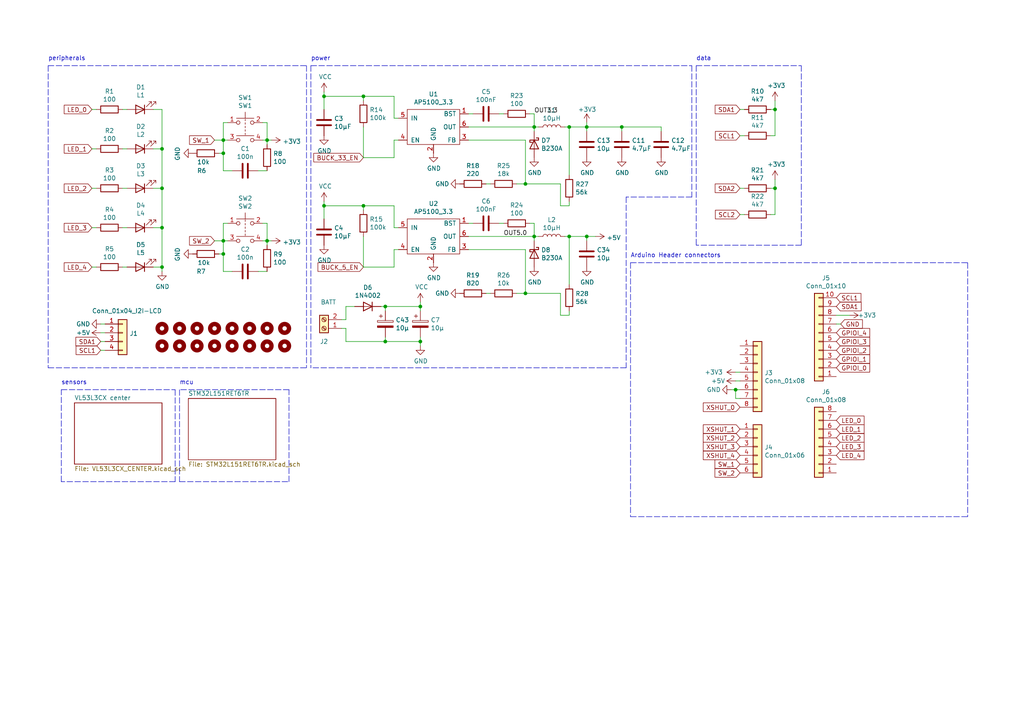
<source format=kicad_sch>
(kicad_sch (version 20211123) (generator eeschema)
  (paper "A4")
  (title_block (title "Gesture Control") (date "2022-03-04") (rev "V0.1") (company "AP Hogeschool & ED&A"))
  (lib_symbols
    (symbol "AP5100:AP5100" (pin_names (offset 1.016))
      (property "Reference" "U" (at 0 6.35 0))
      (property "Value" "AP5100" (at 0 8.89 0))
      (symbol "AP5100_0_1"
        (rectangle (start -7.62 5.08) (end 7.62 -5.08))
      )
      (symbol "AP5100_1_1"
        (pin input line (at 10.16 3.81 180) (length 2.54) (name "BST") (number "1"))
        (pin input line (at 0 -7.62 90) (length 2.54) (name "GND") (number "2"))
        (pin input line (at 10.16 -3.81 180) (length 2.54) (name "FB") (number "3"))
        (pin input line (at -10.16 -3.81 0) (length 2.54) (name "EN") (number "4"))
        (pin power_in line (at -10.16 2.54 0) (length 2.54) (name "IN") (number "5"))
        (pin power_out line (at 10.16 0 180) (length 2.54) (name "OUT") (number "6"))
      )
    )
    (symbol "Connector:Screw_Terminal_01x02" (pin_names (offset 1.016) hide)
      (property "Reference" "J" (at 0 2.54 0))
      (property "Value" "Screw_Terminal_01x02" (at 0 -5.08 0))
      (symbol "Screw_Terminal_01x02_1_1"
        (rectangle (start -1.27 1.27) (end 1.27 -3.81) (stroke (width 0.254)) (fill (type background)))
        (circle (center 0 -2.54) (radius 0.635) (stroke (width 0.1524)))
        (polyline (pts (xy -0.5334 -2.2098) (xy 0.3302 -3.048)) (stroke (width 0.1524)))
        (polyline (pts (xy -0.5334 0.3302) (xy 0.3302 -0.508)) (stroke (width 0.1524)))
        (polyline (pts (xy -0.3556 -2.032) (xy 0.508 -2.8702)) (stroke (width 0.1524)))
        (polyline (pts (xy -0.3556 0.508) (xy 0.508 -0.3302)) (stroke (width 0.1524)))
        (circle (center 0 0) (radius 0.635) (stroke (width 0.1524)))
        (pin passive line (at -5.08 0 0) (length 3.81) (name "Pin_1") (number "1"))
        (pin passive line (at -5.08 -2.54 0) (length 3.81) (name "Pin_2") (number "2"))
      )
    )
    (symbol "Connector_Generic:Conn_01x04" (pin_names (offset 1.016) hide)
      (property "Reference" "J" (at 0 5.08 0))
      (property "Value" "Conn_01x04" (at 0 -7.62 0))
      (symbol "Conn_01x04_1_1"
        (rectangle (start -1.27 -4.953) (end 0 -5.207) (stroke (width 0.1524)))
        (rectangle (start -1.27 -2.413) (end 0 -2.667) (stroke (width 0.1524)))
        (rectangle (start -1.27 0.127) (end 0 -0.127) (stroke (width 0.1524)))
        (rectangle (start -1.27 2.667) (end 0 2.413) (stroke (width 0.1524)))
        (rectangle (start -1.27 3.81) (end 1.27 -6.35) (stroke (width 0.254)) (fill (type background)))
        (pin passive line (at -5.08 2.54 0) (length 3.81) (name "Pin_1") (number "1"))
        (pin passive line (at -5.08 0 0) (length 3.81) (name "Pin_2") (number "2"))
        (pin passive line (at -5.08 -2.54 0) (length 3.81) (name "Pin_3") (number "3"))
        (pin passive line (at -5.08 -5.08 0) (length 3.81) (name "Pin_4") (number "4"))
      )
    )
    (symbol "Connector_Generic:Conn_01x06" (pin_names (offset 1.016) hide)
      (property "Reference" "J" (at 0 7.62 0))
      (property "Value" "Conn_01x06" (at 0 -10.16 0))
      (symbol "Conn_01x06_1_1"
        (rectangle (start -1.27 -7.493) (end 0 -7.747) (stroke (width 0.1524)))
        (rectangle (start -1.27 -4.953) (end 0 -5.207) (stroke (width 0.1524)))
        (rectangle (start -1.27 -2.413) (end 0 -2.667) (stroke (width 0.1524)))
        (rectangle (start -1.27 0.127) (end 0 -0.127) (stroke (width 0.1524)))
        (rectangle (start -1.27 2.667) (end 0 2.413) (stroke (width 0.1524)))
        (rectangle (start -1.27 5.207) (end 0 4.953) (stroke (width 0.1524)))
        (rectangle (start -1.27 6.35) (end 1.27 -8.89) (stroke (width 0.254)) (fill (type background)))
        (pin passive line (at -5.08 5.08 0) (length 3.81) (name "Pin_1") (number "1"))
        (pin passive line (at -5.08 2.54 0) (length 3.81) (name "Pin_2") (number "2"))
        (pin passive line (at -5.08 0 0) (length 3.81) (name "Pin_3") (number "3"))
        (pin passive line (at -5.08 -2.54 0) (length 3.81) (name "Pin_4") (number "4"))
        (pin passive line (at -5.08 -5.08 0) (length 3.81) (name "Pin_5") (number "5"))
        (pin passive line (at -5.08 -7.62 0) (length 3.81) (name "Pin_6") (number "6"))
      )
    )
    (symbol "Connector_Generic:Conn_01x08" (pin_names (offset 1.016) hide)
      (property "Reference" "J" (at 0 10.16 0))
      (property "Value" "Conn_01x08" (at 0 -12.7 0))
      (symbol "Conn_01x08_1_1"
        (rectangle (start -1.27 -10.033) (end 0 -10.287) (stroke (width 0.1524)))
        (rectangle (start -1.27 -7.493) (end 0 -7.747) (stroke (width 0.1524)))
        (rectangle (start -1.27 -4.953) (end 0 -5.207) (stroke (width 0.1524)))
        (rectangle (start -1.27 -2.413) (end 0 -2.667) (stroke (width 0.1524)))
        (rectangle (start -1.27 0.127) (end 0 -0.127) (stroke (width 0.1524)))
        (rectangle (start -1.27 2.667) (end 0 2.413) (stroke (width 0.1524)))
        (rectangle (start -1.27 5.207) (end 0 4.953) (stroke (width 0.1524)))
        (rectangle (start -1.27 7.747) (end 0 7.493) (stroke (width 0.1524)))
        (rectangle (start -1.27 8.89) (end 1.27 -11.43) (stroke (width 0.254)) (fill (type background)))
        (pin passive line (at -5.08 7.62 0) (length 3.81) (name "Pin_1") (number "1"))
        (pin passive line (at -5.08 5.08 0) (length 3.81) (name "Pin_2") (number "2"))
        (pin passive line (at -5.08 2.54 0) (length 3.81) (name "Pin_3") (number "3"))
        (pin passive line (at -5.08 0 0) (length 3.81) (name "Pin_4") (number "4"))
        (pin passive line (at -5.08 -2.54 0) (length 3.81) (name "Pin_5") (number "5"))
        (pin passive line (at -5.08 -5.08 0) (length 3.81) (name "Pin_6") (number "6"))
        (pin passive line (at -5.08 -7.62 0) (length 3.81) (name "Pin_7") (number "7"))
        (pin passive line (at -5.08 -10.16 0) (length 3.81) (name "Pin_8") (number "8"))
      )
    )
    (symbol "Connector_Generic:Conn_01x10" (pin_names (offset 1.016) hide)
      (property "Reference" "J" (at 0 12.7 0))
      (property "Value" "Conn_01x10" (at 0 -15.24 0))
      (symbol "Conn_01x10_1_1"
        (rectangle (start -1.27 -12.573) (end 0 -12.827) (stroke (width 0.1524)))
        (rectangle (start -1.27 -10.033) (end 0 -10.287) (stroke (width 0.1524)))
        (rectangle (start -1.27 -7.493) (end 0 -7.747) (stroke (width 0.1524)))
        (rectangle (start -1.27 -4.953) (end 0 -5.207) (stroke (width 0.1524)))
        (rectangle (start -1.27 -2.413) (end 0 -2.667) (stroke (width 0.1524)))
        (rectangle (start -1.27 0.127) (end 0 -0.127) (stroke (width 0.1524)))
        (rectangle (start -1.27 2.667) (end 0 2.413) (stroke (width 0.1524)))
        (rectangle (start -1.27 5.207) (end 0 4.953) (stroke (width 0.1524)))
        (rectangle (start -1.27 7.747) (end 0 7.493) (stroke (width 0.1524)))
        (rectangle (start -1.27 10.287) (end 0 10.033) (stroke (width 0.1524)))
        (rectangle (start -1.27 11.43) (end 1.27 -13.97) (stroke (width 0.254)) (fill (type background)))
        (pin passive line (at -5.08 10.16 0) (length 3.81) (name "Pin_1") (number "1"))
        (pin passive line (at -5.08 -12.7 0) (length 3.81) (name "Pin_10") (number "10"))
        (pin passive line (at -5.08 7.62 0) (length 3.81) (name "Pin_2") (number "2"))
        (pin passive line (at -5.08 5.08 0) (length 3.81) (name "Pin_3") (number "3"))
        (pin passive line (at -5.08 2.54 0) (length 3.81) (name "Pin_4") (number "4"))
        (pin passive line (at -5.08 0 0) (length 3.81) (name "Pin_5") (number "5"))
        (pin passive line (at -5.08 -2.54 0) (length 3.81) (name "Pin_6") (number "6"))
        (pin passive line (at -5.08 -5.08 0) (length 3.81) (name "Pin_7") (number "7"))
        (pin passive line (at -5.08 -7.62 0) (length 3.81) (name "Pin_8") (number "8"))
        (pin passive line (at -5.08 -10.16 0) (length 3.81) (name "Pin_9") (number "9"))
      )
    )
    (symbol "Device:C" (pin_numbers hide) (pin_names (offset 0.254))
      (property "Reference" "C" (at 0.635 2.54 0))
      (property "Value" "C" (at 0.635 -2.54 0))
      (symbol "C_0_1"
        (polyline (pts (xy -2.032 -0.762) (xy 2.032 -0.762)) (stroke (width 0.508)))
        (polyline (pts (xy -2.032 0.762) (xy 2.032 0.762)) (stroke (width 0.508)))
      )
      (symbol "C_1_1"
        (pin passive line (at 0 3.81 270) (length 2.794) (name "~") (number "1"))
        (pin passive line (at 0 -3.81 90) (length 2.794) (name "~") (number "2"))
      )
    )
    (symbol "Device:CP" (pin_numbers hide) (pin_names (offset 0.254))
      (property "Reference" "C" (at 0.635 2.54 0))
      (property "Value" "Device_CP" (at 0.635 -2.54 0))
      (symbol "CP_0_1"
        (rectangle (start -2.286 0.508) (end 2.286 1.016))
        (polyline (pts (xy -1.778 2.286) (xy -0.762 2.286)))
        (polyline (pts (xy -1.27 2.794) (xy -1.27 1.778)))
        (rectangle (start 2.286 -0.508) (end -2.286 -1.016) (fill (type outline)))
      )
      (symbol "CP_1_1"
        (pin passive line (at 0 3.81 270) (length 2.794) (name "~") (number "1"))
        (pin passive line (at 0 -3.81 90) (length 2.794) (name "~") (number "2"))
      )
    )
    (symbol "Device:D" (pin_numbers hide) (pin_names (offset 1.016) hide)
      (property "Reference" "D" (at 0 2.54 0))
      (property "Value" "D" (at 0 -2.54 0))
      (symbol "D_0_1"
        (polyline (pts (xy -1.27 1.27) (xy -1.27 -1.27)) (stroke (width 0.254)))
        (polyline (pts (xy 1.27 0) (xy -1.27 0)))
        (polyline (pts (xy 1.27 1.27) (xy 1.27 -1.27) (xy -1.27 0) (xy 1.27 1.27)) (stroke (width 0.254)))
      )
      (symbol "D_1_1"
        (pin passive line (at -3.81 0 0) (length 2.54) (name "K") (number "1"))
        (pin passive line (at 3.81 0 180) (length 2.54) (name "A") (number "2"))
      )
    )
    (symbol "Device:D_Schottky" (pin_numbers hide) (pin_names (offset 1.016) hide)
      (property "Reference" "D" (at 0 2.54 0))
      (property "Value" "D_Schottky" (at 0 -2.54 0))
      (symbol "D_Schottky_0_1"
        (polyline (pts (xy 1.27 0) (xy -1.27 0)))
        (polyline (pts (xy 1.27 1.27) (xy 1.27 -1.27) (xy -1.27 0) (xy 1.27 1.27)) (stroke (width 0.254)))
        (polyline (pts (xy -1.905 0.635) (xy -1.905 1.27) (xy -1.27 1.27) (xy -1.27 -1.27) (xy -0.635 -1.27) (xy -0.635 -0.635)) (stroke (width 0.254)))
      )
      (symbol "D_Schottky_1_1"
        (pin passive line (at -3.81 0 0) (length 2.54) (name "K") (number "1"))
        (pin passive line (at 3.81 0 180) (length 2.54) (name "A") (number "2"))
      )
    )
    (symbol "Device:L" (pin_numbers hide) (pin_names (offset 1.016) hide)
      (property "Reference" "L" (at -1.27 0 90))
      (property "Value" "L" (at 1.905 0 90))
      (symbol "L_0_1"
        (arc (start 0 -2.54) (mid 0.635 -1.905) (end 0 -1.27))
        (arc (start 0 -1.27) (mid 0.635 -0.635) (end 0 0))
        (arc (start 0 0) (mid 0.635 0.635) (end 0 1.27))
        (arc (start 0 1.27) (mid 0.635 1.905) (end 0 2.54))
      )
      (symbol "L_1_1"
        (pin passive line (at 0 3.81 270) (length 1.27) (name "1") (number "1"))
        (pin passive line (at 0 -3.81 90) (length 1.27) (name "2") (number "2"))
      )
    )
    (symbol "Device:LED" (pin_numbers hide) (pin_names (offset 1.016) hide)
      (property "Reference" "D" (at 0 2.54 0))
      (property "Value" "LED" (at 0 -2.54 0))
      (symbol "LED_0_1"
        (polyline (pts (xy -1.27 -1.27) (xy -1.27 1.27)) (stroke (width 0.254)))
        (polyline (pts (xy -1.27 0) (xy 1.27 0)))
        (polyline (pts (xy 1.27 -1.27) (xy 1.27 1.27) (xy -1.27 0) (xy 1.27 -1.27)) (stroke (width 0.254)))
        (polyline (pts (xy -3.048 -0.762) (xy -4.572 -2.286) (xy -3.81 -2.286) (xy -4.572 -2.286) (xy -4.572 -1.524)))
        (polyline (pts (xy -1.778 -0.762) (xy -3.302 -2.286) (xy -2.54 -2.286) (xy -3.302 -2.286) (xy -3.302 -1.524)))
      )
      (symbol "LED_1_1"
        (pin passive line (at -3.81 0 0) (length 2.54) (name "K") (number "1"))
        (pin passive line (at 3.81 0 180) (length 2.54) (name "A") (number "2"))
      )
    )
    (symbol "Device:R" (pin_numbers hide) (pin_names (offset 0))
      (property "Reference" "R" (at 2.032 0 90))
      (property "Value" "R" (at 0 0 90))
      (symbol "R_0_1"
        (rectangle (start -1.016 -2.54) (end 1.016 2.54) (stroke (width 0.254)))
      )
      (symbol "R_1_1"
        (pin passive line (at 0 3.81 270) (length 1.27) (name "~") (number "1"))
        (pin passive line (at 0 -3.81 90) (length 1.27) (name "~") (number "2"))
      )
    )
    (symbol "Mechanical:MountingHole" (pin_names (offset 1.016))
      (property "Reference" "H" (at 0 5.08 0))
      (property "Value" "MountingHole" (at 0 3.175 0))
      (symbol "MountingHole_0_1"
        (circle (center 0 0) (radius 1.27) (stroke (width 1.27)))
      )
    )
    (symbol "Switch:SW_Push_Dual" (pin_names (offset 1.016) hide)
      (property "Reference" "SW" (at 1.27 2.54 0))
      (property "Value" "SW_Push_Dual" (at 0 -6.858 0))
      (symbol "SW_Push_Dual_0_1"
        (circle (center -2.032 -5.08) (radius 0.508))
        (circle (center -2.032 0) (radius 0.508))
        (polyline (pts (xy 0 -3.048) (xy 0 -3.556)))
        (polyline (pts (xy 0 -2.032) (xy 0 -2.54)))
        (polyline (pts (xy 0 -1.524) (xy 0 -1.016)))
        (polyline (pts (xy 0 -0.508) (xy 0 0)))
        (polyline (pts (xy 0 0.508) (xy 0 1.016)))
        (polyline (pts (xy 0 1.27) (xy 0 3.048)))
        (polyline (pts (xy 2.54 -3.81) (xy -2.54 -3.81)))
        (polyline (pts (xy 2.54 1.27) (xy -2.54 1.27)))
        (circle (center 2.032 -5.08) (radius 0.508))
        (circle (center 2.032 0) (radius 0.508))
        (pin passive line (at -5.08 0 0) (length 2.54) (name "1") (number "1"))
        (pin passive line (at 5.08 0 180) (length 2.54) (name "2") (number "2"))
        (pin passive line (at -5.08 -5.08 0) (length 2.54) (name "3") (number "3"))
        (pin passive line (at 5.08 -5.08 180) (length 2.54) (name "4") (number "4"))
      )
    )
    (symbol "power:+3.3V" (power) (pin_names (offset 0))
      (property "Value" "+3.3V" (at 0 3.556 0))
      (symbol "+3.3V_0_1"
        (polyline (pts (xy -0.762 1.27) (xy 0 2.54)))
        (polyline (pts (xy 0 0) (xy 0 2.54)))
        (polyline (pts (xy 0 2.54) (xy 0.762 1.27)))
      )
      (symbol "+3.3V_1_1"
        (pin power_in line (at 0 0 90) (length 0) hide (name "+3V3") (number "1"))
      )
    )
    (symbol "power:+5V" (power) (pin_names (offset 0))
      (property "Value" "+5V" (at 0 3.556 0))
      (symbol "+5V_0_1"
        (polyline (pts (xy -0.762 1.27) (xy 0 2.54)))
        (polyline (pts (xy 0 0) (xy 0 2.54)))
        (polyline (pts (xy 0 2.54) (xy 0.762 1.27)))
      )
      (symbol "+5V_1_1"
        (pin power_in line (at 0 0 90) (length 0) hide (name "+5V") (number "1"))
      )
    )
    (symbol "power:GND" (power) (pin_names (offset 0))
      (property "Value" "GND" (at 0 -3.81 0))
      (symbol "GND_0_1"
        (polyline (pts (xy 0 0) (xy 0 -1.27) (xy 1.27 -1.27) (xy 0 -2.54) (xy -1.27 -1.27) (xy 0 -1.27)))
      )
      (symbol "GND_1_1"
        (pin power_in line (at 0 0 270) (length 0) hide (name "GND") (number "1"))
      )
    )
    (symbol "power:VCC" (power) (pin_names (offset 0))
      (property "Value" "VCC" (at 0 3.81 0))
      (symbol "VCC_0_1"
        (polyline (pts (xy -0.762 1.27) (xy 0 2.54)))
        (polyline (pts (xy 0 0) (xy 0 2.54)))
        (polyline (pts (xy 0 2.54) (xy 0.762 1.27)))
      )
      (symbol "VCC_1_1"
        (pin power_in line (at 0 0 90) (length 0) hide (name "VCC") (number "1"))
      )
    )
  )
  (junction (at 121.92 99.06))
  (junction (at 180.34 36.83))
  (junction (at 224.79 54.61))
  (junction (at 46.99 66.04))
  (junction (at 152.4 53.34))
  (junction (at 93.98 59.69))
  (junction (at 64.77 73.66))
  (junction (at 111.76 99.06))
  (junction (at 154.94 68.58))
  (junction (at 105.41 59.69))
  (junction (at 111.76 88.9))
  (junction (at 46.99 54.61))
  (junction (at 154.94 36.83))
  (junction (at 105.41 27.94))
  (junction (at 77.47 69.85))
  (junction (at 121.92 88.9))
  (junction (at 46.99 43.18))
  (junction (at 64.77 40.64))
  (junction (at 165.1 68.58))
  (junction (at 165.1 36.83))
  (junction (at 170.18 68.58))
  (junction (at 64.77 44.45))
  (junction (at 170.18 36.83))
  (junction (at 77.47 40.64))
  (junction (at 46.99 77.47))
  (junction (at 224.79 31.75))
  (junction (at 152.4 85.09))
  (junction (at 213.36 113.03))
  (junction (at 93.98 27.94))
  (junction (at 64.77 69.85))
  (wire (pts (xy 46.99 54.61) (xy 46.99 66.04)))
  (wire (pts (xy 44.45 54.61) (xy 46.99 54.61)))
  (polyline (pts (xy 17.78 113.03) (xy 50.8 113.03)))
  (wire (pts (xy 44.45 66.04) (xy 46.99 66.04)))
  (wire (pts (xy 78.74 40.64) (xy 77.47 40.64)))
  (wire (pts (xy 152.4 40.64) (xy 152.4 53.34)))
  (wire (pts (xy 30.48 99.06) (xy 29.21 99.06)))
  (wire (pts (xy 224.79 29.21) (xy 224.79 31.75)))
  (wire (pts (xy 105.41 68.58) (xy 105.41 77.47)))
  (wire (pts (xy 115.57 72.39) (xy 114.3 72.39)))
  (wire (pts (xy 162.56 53.34) (xy 152.4 53.34)))
  (wire (pts (xy 114.3 45.72) (xy 105.41 45.72)))
  (wire (pts (xy 105.41 36.83) (xy 105.41 45.72)))
  (wire (pts (xy 224.79 62.23) (xy 224.79 54.61)))
  (wire (pts (xy 100.33 99.06) (xy 111.76 99.06)))
  (polyline (pts (xy 17.78 139.7) (xy 17.78 113.03)))
  (wire (pts (xy 64.77 69.85) (xy 62.23 69.85)))
  (wire (pts (xy 170.18 35.56) (xy 170.18 36.83)))
  (wire (pts (xy 163.83 36.83) (xy 165.1 36.83)))
  (wire (pts (xy 172.72 68.58) (xy 170.18 68.58)))
  (wire (pts (xy 64.77 40.64) (xy 66.04 40.64)))
  (wire (pts (xy 162.56 59.69) (xy 162.56 53.34)))
  (wire (pts (xy 29.21 101.6) (xy 30.48 101.6)))
  (wire (pts (xy 137.16 33.02) (xy 135.89 33.02)))
  (wire (pts (xy 111.76 97.79) (xy 111.76 99.06)))
  (wire (pts (xy 105.41 59.69) (xy 105.41 60.96)))
  (wire (pts (xy 144.78 64.77) (xy 146.05 64.77)))
  (wire (pts (xy 111.76 88.9) (xy 111.76 90.17)))
  (polyline (pts (xy 83.82 113.03) (xy 52.07 113.03)))
  (polyline (pts (xy 232.41 19.05) (xy 232.41 71.12)))
  (wire (pts (xy 154.94 36.83) (xy 156.21 36.83)))
  (wire (pts (xy 111.76 88.9) (xy 121.92 88.9)))
  (polyline (pts (xy 232.41 71.12) (xy 201.93 71.12)))
  (wire (pts (xy 64.77 40.64) (xy 62.23 40.64)))
  (polyline (pts (xy 200.66 19.05) (xy 200.66 57.15)))
  (wire (pts (xy 223.52 62.23) (xy 224.79 62.23)))
  (wire (pts (xy 99.06 95.25) (xy 100.33 95.25)))
  (wire (pts (xy 46.99 77.47) (xy 46.99 78.74)))
  (wire (pts (xy 140.97 53.34) (xy 142.24 53.34)))
  (wire (pts (xy 165.1 36.83) (xy 165.1 50.8)))
  (wire (pts (xy 36.83 43.18) (xy 35.56 43.18)))
  (wire (pts (xy 35.56 66.04) (xy 36.83 66.04)))
  (polyline (pts (xy 181.61 106.68) (xy 90.17 106.68)))
  (polyline (pts (xy 88.9 19.05) (xy 88.9 106.68)))
  (wire (pts (xy 46.99 43.18) (xy 46.99 54.61)))
  (wire (pts (xy 165.1 58.42) (xy 165.1 59.69)))
  (wire (pts (xy 162.56 85.09) (xy 152.4 85.09)))
  (wire (pts (xy 35.56 31.75) (xy 36.83 31.75)))
  (wire (pts (xy 26.67 31.75) (xy 27.94 31.75)))
  (wire (pts (xy 76.2 64.77) (xy 77.47 64.77)))
  (wire (pts (xy 66.04 64.77) (xy 64.77 64.77)))
  (polyline (pts (xy 182.88 76.2) (xy 280.67 76.2)))
  (wire (pts (xy 213.36 115.57) (xy 213.36 113.03)))
  (wire (pts (xy 64.77 40.64) (xy 64.77 44.45)))
  (wire (pts (xy 170.18 36.83) (xy 180.34 36.83)))
  (wire (pts (xy 114.3 40.64) (xy 114.3 45.72)))
  (wire (pts (xy 115.57 40.64) (xy 114.3 40.64)))
  (wire (pts (xy 213.36 113.03) (xy 212.09 113.03)))
  (wire (pts (xy 114.3 77.47) (xy 105.41 77.47)))
  (wire (pts (xy 115.57 66.04) (xy 114.3 66.04)))
  (wire (pts (xy 77.47 41.91) (xy 77.47 40.64)))
  (wire (pts (xy 165.1 68.58) (xy 165.1 82.55)))
  (wire (pts (xy 77.47 69.85) (xy 76.2 69.85)))
  (wire (pts (xy 100.33 88.9) (xy 100.33 92.71)))
  (wire (pts (xy 121.92 97.79) (xy 121.92 99.06)))
  (wire (pts (xy 29.21 96.52) (xy 30.48 96.52)))
  (polyline (pts (xy 83.82 139.7) (xy 83.82 113.03)))
  (wire (pts (xy 163.83 68.58) (xy 165.1 68.58)))
  (polyline (pts (xy 90.17 19.05) (xy 200.66 19.05)))
  (wire (pts (xy 64.77 69.85) (xy 64.77 73.66)))
  (wire (pts (xy 213.36 107.95) (xy 214.63 107.95)))
  (polyline (pts (xy 182.88 149.86) (xy 280.67 149.86)))
  (wire (pts (xy 224.79 52.07) (xy 224.79 54.61)))
  (wire (pts (xy 162.56 91.44) (xy 162.56 85.09)))
  (wire (pts (xy 165.1 36.83) (xy 170.18 36.83)))
  (wire (pts (xy 154.94 68.58) (xy 154.94 69.85)))
  (wire (pts (xy 191.77 36.83) (xy 191.77 38.1)))
  (wire (pts (xy 152.4 53.34) (xy 149.86 53.34)))
  (wire (pts (xy 64.77 69.85) (xy 66.04 69.85)))
  (wire (pts (xy 135.89 72.39) (xy 152.4 72.39)))
  (polyline (pts (xy 13.97 19.05) (xy 88.9 19.05)))
  (wire (pts (xy 105.41 27.94) (xy 93.98 27.94)))
  (polyline (pts (xy 280.67 76.2) (xy 280.67 149.86)))
  (wire (pts (xy 213.36 110.49) (xy 214.63 110.49)))
  (wire (pts (xy 93.98 27.94) (xy 93.98 31.75)))
  (wire (pts (xy 242.57 91.44) (xy 246.38 91.44)))
  (wire (pts (xy 105.41 59.69) (xy 93.98 59.69)))
  (wire (pts (xy 44.45 77.47) (xy 46.99 77.47)))
  (wire (pts (xy 63.5 73.66) (xy 64.77 73.66)))
  (wire (pts (xy 26.67 66.04) (xy 27.94 66.04)))
  (wire (pts (xy 170.18 36.83) (xy 170.18 38.1)))
  (wire (pts (xy 214.63 39.37) (xy 215.9 39.37)))
  (wire (pts (xy 100.33 92.71) (xy 99.06 92.71)))
  (wire (pts (xy 77.47 35.56) (xy 77.47 40.64)))
  (wire (pts (xy 165.1 59.69) (xy 162.56 59.69)))
  (wire (pts (xy 114.3 66.04) (xy 114.3 59.69)))
  (wire (pts (xy 214.63 62.23) (xy 215.9 62.23)))
  (wire (pts (xy 26.67 77.47) (xy 27.94 77.47)))
  (wire (pts (xy 153.67 33.02) (xy 154.94 33.02)))
  (wire (pts (xy 154.94 36.83) (xy 154.94 38.1)))
  (polyline (pts (xy 181.61 57.15) (xy 181.61 106.68)))
  (polyline (pts (xy 50.8 139.7) (xy 17.78 139.7)))
  (wire (pts (xy 170.18 68.58) (xy 170.18 69.85)))
  (wire (pts (xy 74.93 78.74) (xy 77.47 78.74)))
  (wire (pts (xy 135.89 40.64) (xy 152.4 40.64)))
  (wire (pts (xy 67.31 49.53) (xy 64.77 49.53)))
  (wire (pts (xy 121.92 87.63) (xy 121.92 88.9)))
  (wire (pts (xy 78.74 69.85) (xy 77.47 69.85)))
  (wire (pts (xy 110.49 88.9) (xy 111.76 88.9)))
  (wire (pts (xy 46.99 31.75) (xy 46.99 43.18)))
  (wire (pts (xy 76.2 35.56) (xy 77.47 35.56)))
  (wire (pts (xy 146.05 33.02) (xy 144.78 33.02)))
  (wire (pts (xy 35.56 54.61) (xy 36.83 54.61)))
  (wire (pts (xy 165.1 90.17) (xy 165.1 91.44)))
  (wire (pts (xy 44.45 43.18) (xy 46.99 43.18)))
  (wire (pts (xy 111.76 99.06) (xy 121.92 99.06)))
  (wire (pts (xy 154.94 64.77) (xy 154.94 68.58)))
  (wire (pts (xy 114.3 27.94) (xy 105.41 27.94)))
  (wire (pts (xy 74.93 49.53) (xy 77.47 49.53)))
  (polyline (pts (xy 52.07 139.7) (xy 83.82 139.7)))
  (wire (pts (xy 214.63 115.57) (xy 213.36 115.57)))
  (wire (pts (xy 135.89 68.58) (xy 154.94 68.58)))
  (wire (pts (xy 224.79 31.75) (xy 223.52 31.75)))
  (wire (pts (xy 165.1 68.58) (xy 170.18 68.58)))
  (wire (pts (xy 180.34 36.83) (xy 180.34 38.1)))
  (wire (pts (xy 77.47 64.77) (xy 77.47 69.85)))
  (polyline (pts (xy 90.17 19.05) (xy 90.17 106.68)))
  (wire (pts (xy 114.3 59.69) (xy 105.41 59.69)))
  (wire (pts (xy 46.99 66.04) (xy 46.99 77.47)))
  (wire (pts (xy 214.63 113.03) (xy 213.36 113.03)))
  (wire (pts (xy 152.4 72.39) (xy 152.4 85.09)))
  (wire (pts (xy 154.94 33.02) (xy 154.94 36.83)))
  (wire (pts (xy 93.98 26.67) (xy 93.98 27.94)))
  (wire (pts (xy 35.56 77.47) (xy 36.83 77.47)))
  (wire (pts (xy 64.77 35.56) (xy 64.77 40.64)))
  (polyline (pts (xy 13.97 19.05) (xy 13.97 106.68)))
  (wire (pts (xy 114.3 34.29) (xy 114.3 27.94)))
  (wire (pts (xy 100.33 88.9) (xy 102.87 88.9)))
  (wire (pts (xy 152.4 85.09) (xy 149.86 85.09)))
  (wire (pts (xy 66.04 35.56) (xy 64.77 35.56)))
  (polyline (pts (xy 50.8 113.03) (xy 50.8 139.7)))
  (wire (pts (xy 64.77 73.66) (xy 64.77 78.74)))
  (wire (pts (xy 67.31 78.74) (xy 64.77 78.74)))
  (wire (pts (xy 93.98 58.42) (xy 93.98 59.69)))
  (wire (pts (xy 64.77 44.45) (xy 64.77 49.53)))
  (wire (pts (xy 137.16 64.77) (xy 135.89 64.77)))
  (wire (pts (xy 93.98 59.69) (xy 93.98 63.5)))
  (wire (pts (xy 30.48 93.98) (xy 29.21 93.98)))
  (wire (pts (xy 154.94 68.58) (xy 156.21 68.58)))
  (wire (pts (xy 115.57 34.29) (xy 114.3 34.29)))
  (wire (pts (xy 100.33 95.25) (xy 100.33 99.06)))
  (wire (pts (xy 215.9 31.75) (xy 214.63 31.75)))
  (polyline (pts (xy 13.97 106.68) (xy 88.9 106.68)))
  (wire (pts (xy 153.67 64.77) (xy 154.94 64.77)))
  (wire (pts (xy 64.77 64.77) (xy 64.77 69.85)))
  (wire (pts (xy 224.79 54.61) (xy 223.52 54.61)))
  (wire (pts (xy 44.45 31.75) (xy 46.99 31.75)))
  (wire (pts (xy 26.67 43.18) (xy 27.94 43.18)))
  (wire (pts (xy 223.52 39.37) (xy 224.79 39.37)))
  (wire (pts (xy 114.3 72.39) (xy 114.3 77.47)))
  (polyline (pts (xy 200.66 57.15) (xy 181.61 57.15)))
  (polyline (pts (xy 201.93 19.05) (xy 232.41 19.05)))
  (wire (pts (xy 121.92 100.33) (xy 121.92 99.06)))
  (wire (pts (xy 63.5 44.45) (xy 64.77 44.45)))
  (wire (pts (xy 77.47 71.12) (xy 77.47 69.85)))
  (wire (pts (xy 135.89 36.83) (xy 154.94 36.83)))
  (wire (pts (xy 105.41 27.94) (xy 105.41 29.21)))
  (wire (pts (xy 121.92 88.9) (xy 121.92 90.17)))
  (wire (pts (xy 224.79 39.37) (xy 224.79 31.75)))
  (wire (pts (xy 243.84 93.98) (xy 242.57 93.98)))
  (wire (pts (xy 26.67 54.61) (xy 27.94 54.61)))
  (polyline (pts (xy 52.07 113.03) (xy 52.07 139.7)))
  (wire (pts (xy 77.47 40.64) (xy 76.2 40.64)))
  (wire (pts (xy 140.97 85.09) (xy 142.24 85.09)))
  (wire (pts (xy 165.1 91.44) (xy 162.56 91.44)))
  (wire (pts (xy 215.9 54.61) (xy 214.63 54.61)))
  (polyline (pts (xy 201.93 19.05) (xy 201.93 71.12)))
  (polyline (pts (xy 182.88 76.2) (xy 182.88 149.86)))
  (wire (pts (xy 180.34 36.83) (xy 191.77 36.83)))
  (text "data" (at 201.93 17.78 0) (effects (font (size 1.27 1.27)) (justify left bottom)))
  (text "sensors" (at 17.78 111.76 0) (effects (font (size 1.27 1.27)) (justify left bottom)))
  (text "Arduino Header connectors" (at 182.88 74.93 0) (effects (font (size 1.27 1.27)) (justify left bottom)))
  (text "peripherals" (at 13.97 17.78 0) (effects (font (size 1.27 1.27)) (justify left bottom)))
  (text "mcu" (at 52.07 111.76 0) (effects (font (size 1.27 1.27)) (justify left bottom)))
  (text "power" (at 90.17 17.78 0) (effects (font (size 1.27 1.27)) (justify left bottom)))
  (label "OUT5.0" (at 146.05 68.58 0))
  (label "OUT3.3" (at 154.94 33.02 0))
  (global_label "XSHUT_3" (shape input) (at 214.63 129.54 180) (property "Intersheet References" "${INTERSHEET_REFS}" (effects hide)))
  (global_label "SCL2" (shape input) (at 214.63 62.23 180) (property "Intersheet References" "${INTERSHEET_REFS}" (effects hide)))
  (global_label "SCL1" (shape input) (at 242.57 86.36 0) (property "Intersheet References" "${INTERSHEET_REFS}" (effects hide)))
  (global_label "LED_0" (shape input) (at 26.67 31.75 180) (property "Intersheet References" "${INTERSHEET_REFS}" (effects hide)))
  (global_label "BUCK_5_EN" (shape input) (at 105.41 77.47 180) (property "Intersheet References" "${INTERSHEET_REFS}" (effects hide)))
  (global_label "SW_2" (shape input) (at 214.63 137.16 180) (property "Intersheet References" "${INTERSHEET_REFS}" (effects hide)))
  (global_label "SW_2" (shape input) (at 62.23 69.85 180) (property "Intersheet References" "${INTERSHEET_REFS}" (effects hide)))
  (global_label "GPIOI_3" (shape input) (at 242.57 99.06 0) (property "Intersheet References" "${INTERSHEET_REFS}" (effects hide)))
  (global_label "GPIOI_4" (shape input) (at 242.57 96.52 0) (property "Intersheet References" "${INTERSHEET_REFS}" (effects hide)))
  (global_label "LED_3" (shape input) (at 242.57 129.54 0) (property "Intersheet References" "${INTERSHEET_REFS}" (effects hide)))
  (global_label "SDA1" (shape input) (at 214.63 31.75 180) (property "Intersheet References" "${INTERSHEET_REFS}" (effects hide)))
  (global_label "LED_3" (shape input) (at 26.67 66.04 180) (property "Intersheet References" "${INTERSHEET_REFS}" (effects hide)))
  (global_label "SDA1" (shape input) (at 242.57 88.9 0) (property "Intersheet References" "${INTERSHEET_REFS}" (effects hide)))
  (global_label "LED_2" (shape input) (at 242.57 127 0) (property "Intersheet References" "${INTERSHEET_REFS}" (effects hide)))
  (global_label "GPIOI_1" (shape input) (at 242.57 104.14 0) (property "Intersheet References" "${INTERSHEET_REFS}" (effects hide)))
  (global_label "XSHUT_0" (shape input) (at 214.63 118.11 180) (property "Intersheet References" "${INTERSHEET_REFS}" (effects hide)))
  (global_label "SDA1" (shape input) (at 29.21 99.06 180) (property "Intersheet References" "${INTERSHEET_REFS}" (effects hide)))
  (global_label "XSHUT_1" (shape input) (at 214.63 124.46 180) (property "Intersheet References" "${INTERSHEET_REFS}" (effects hide)))
  (global_label "BUCK_33_EN" (shape input) (at 105.41 45.72 180) (property "Intersheet References" "${INTERSHEET_REFS}" (effects hide)))
  (global_label "LED_1" (shape input) (at 242.57 124.46 0) (property "Intersheet References" "${INTERSHEET_REFS}" (effects hide)))
  (global_label "SCL1" (shape input) (at 29.21 101.6 180) (property "Intersheet References" "${INTERSHEET_REFS}" (effects hide)))
  (global_label "SCL1" (shape input) (at 214.63 39.37 180) (property "Intersheet References" "${INTERSHEET_REFS}" (effects hide)))
  (global_label "GPIOI_2" (shape input) (at 242.57 101.6 0) (property "Intersheet References" "${INTERSHEET_REFS}" (effects hide)))
  (global_label "LED_4" (shape input) (at 242.57 132.08 0) (property "Intersheet References" "${INTERSHEET_REFS}" (effects hide)))
  (global_label "LED_2" (shape input) (at 26.67 54.61 180) (property "Intersheet References" "${INTERSHEET_REFS}" (effects hide)))
  (global_label "LED_0" (shape input) (at 242.57 121.92 0) (property "Intersheet References" "${INTERSHEET_REFS}" (effects hide)))
  (global_label "GPIOI_0" (shape input) (at 242.57 106.68 0) (property "Intersheet References" "${INTERSHEET_REFS}" (effects hide)))
  (global_label "LED_1" (shape input) (at 26.67 43.18 180) (property "Intersheet References" "${INTERSHEET_REFS}" (effects hide)))
  (global_label "XSHUT_4" (shape input) (at 214.63 132.08 180) (property "Intersheet References" "${INTERSHEET_REFS}" (effects hide)))
  (global_label "SW_1" (shape input) (at 62.23 40.64 180) (property "Intersheet References" "${INTERSHEET_REFS}" (effects hide)))
  (global_label "SDA2" (shape input) (at 214.63 54.61 180) (property "Intersheet References" "${INTERSHEET_REFS}" (effects hide)))
  (global_label "GND" (shape input) (at 243.84 93.98 0) (property "Intersheet References" "${INTERSHEET_REFS}" (effects hide)))
  (global_label "SW_1" (shape input) (at 214.63 134.62 180) (property "Intersheet References" "${INTERSHEET_REFS}" (effects hide)))
  (global_label "LED_4" (shape input) (at 26.67 77.47 180) (property "Intersheet References" "${INTERSHEET_REFS}" (effects hide)))
  (global_label "XSHUT_2" (shape input) (at 214.63 127 180) (property "Intersheet References" "${INTERSHEET_REFS}" (effects hide)))
  (symbol (lib_id "Connector_Generic:Conn_01x08") (at 219.71 107.95 0) (unit 1)
    (property "Reference" "J3" (at 221.742 108.1532 0) (effects (justify left)))
    (property "Value" "Conn_01x08" (at 221.742 110.4646 0) (effects (justify left)))
    (property "Footprint" "Connector_PinHeader_2.54mm:PinHeader_1x08_P2.54mm_Vertical" (effects hide))
  )
  (symbol (lib_id "Connector_Generic:Conn_01x06") (at 219.71 129.54 0) (unit 1)
    (property "Reference" "J4" (at 221.742 129.7432 0) (effects (justify left)))
    (property "Value" "Conn_01x06" (at 221.742 132.0546 0) (effects (justify left)))
    (property "Footprint" "Connector_PinHeader_2.54mm:PinHeader_1x06_P2.54mm_Vertical" (effects hide))
  )
  (symbol (lib_id "Connector_Generic:Conn_01x10") (at 237.49 99.06 180) (unit 1)
    (property "Reference" "J5" (at 239.5728 80.645 0))
    (property "Value" "Conn_01x10" (at 239.5728 82.9564 0))
    (property "Footprint" "Connector_PinHeader_2.54mm:PinHeader_1x10_P2.54mm_Vertical" (effects hide))
  )
  (symbol (lib_id "Connector_Generic:Conn_01x08") (at 237.49 129.54 180) (unit 1)
    (property "Reference" "J6" (at 239.5728 113.665 0))
    (property "Value" "Conn_01x08" (at 239.5728 115.9764 0))
    (property "Footprint" "Connector_PinHeader_2.54mm:PinHeader_1x08_P2.54mm_Vertical" (effects hide))
  )
  (symbol (lib_id "Device:LED") (at 40.64 31.75 180) (unit 1)
    (property "Reference" "D1" (at 40.8178 25.273 0))
    (property "Value" "L1" (at 40.8178 27.5844 0))
    (property "Footprint" "LED_SMD:LED_0805_2012Metric_Pad1.15x1.40mm_HandSolder" (effects hide))
  )
  (symbol (lib_id "Device:LED") (at 40.64 43.18 180) (unit 1)
    (property "Reference" "D2" (at 40.8178 36.703 0))
    (property "Value" "L2" (at 40.8178 39.0144 0))
    (property "Footprint" "LED_SMD:LED_0805_2012Metric_Pad1.15x1.40mm_HandSolder" (effects hide))
  )
  (symbol (lib_id "Device:LED") (at 40.64 54.61 180) (unit 1)
    (property "Reference" "D3" (at 40.8178 48.133 0))
    (property "Value" "L3" (at 40.8178 50.4444 0))
    (property "Footprint" "LED_SMD:LED_0805_2012Metric_Pad1.15x1.40mm_HandSolder" (effects hide))
  )
  (symbol (lib_id "Device:LED") (at 40.64 66.04 180) (unit 1)
    (property "Reference" "D4" (at 40.8178 59.563 0))
    (property "Value" "L4" (at 40.8178 61.8744 0))
    (property "Footprint" "LED_SMD:LED_0805_2012Metric_Pad1.15x1.40mm_HandSolder" (effects hide))
  )
  (symbol (lib_id "Device:R") (at 31.75 31.75 270) (unit 1)
    (property "Reference" "R1" (at 31.75 26.4922 90))
    (property "Value" "100" (at 31.75 28.8036 90))
    (property "Footprint" "Resistor_SMD:R_0805_2012Metric_Pad1.20x1.40mm_HandSolder" (effects hide))
  )
  (symbol (lib_id "Device:R") (at 31.75 43.18 270) (unit 1)
    (property "Reference" "R2" (at 31.75 37.9222 90))
    (property "Value" "100" (at 31.75 40.2336 90))
    (property "Footprint" "Resistor_SMD:R_0805_2012Metric_Pad1.20x1.40mm_HandSolder" (effects hide))
  )
  (symbol (lib_id "Device:R") (at 31.75 54.61 270) (unit 1)
    (property "Reference" "R3" (at 31.75 49.3522 90))
    (property "Value" "100" (at 31.75 51.6636 90))
    (property "Footprint" "Resistor_SMD:R_0805_2012Metric_Pad1.20x1.40mm_HandSolder" (effects hide))
  )
  (symbol (lib_id "Device:R") (at 31.75 66.04 270) (unit 1)
    (property "Reference" "R4" (at 31.75 60.7822 90))
    (property "Value" "100" (at 31.75 63.0936 90))
    (property "Footprint" "Resistor_SMD:R_0805_2012Metric_Pad1.20x1.40mm_HandSolder" (effects hide))
  )
  (symbol (lib_id "Device:LED") (at 40.64 77.47 180) (unit 1)
    (property "Reference" "D5" (at 40.8178 70.993 0))
    (property "Value" "L5" (at 40.8178 73.3044 0))
    (property "Footprint" "LED_SMD:LED_0805_2012Metric_Pad1.15x1.40mm_HandSolder" (effects hide))
  )
  (symbol (lib_id "Device:R") (at 31.75 77.47 270) (unit 1)
    (property "Reference" "R5" (at 31.75 72.2122 90))
    (property "Value" "100" (at 31.75 74.5236 90))
    (property "Footprint" "Resistor_SMD:R_0805_2012Metric_Pad1.20x1.40mm_HandSolder" (effects hide))
  )
  (symbol (lib_id "Device:R") (at 59.69 44.45 90) (unit 1)
    (property "Reference" "R6" (at 57.15 49.53 90) (effects (justify right)))
    (property "Value" "10k" (at 57.15 46.99 90) (effects (justify right)))
    (property "Footprint" "Resistor_SMD:R_0805_2012Metric_Pad1.20x1.40mm_HandSolder" (effects hide))
  )
  (symbol (lib_id "power:GND") (at 46.99 78.74 0) (unit 1)
    (property "Reference" "#PWR03" (effects hide))
    (property "Value" "GND" (at 47.117 83.1342 0))
  )
  (symbol (lib_id "power:GND") (at 55.88 44.45 270) (unit 1)
    (property "Reference" "#PWR04" (effects hide))
    (property "Value" "GND" (at 51.4858 44.577 0))
  )
  (symbol (lib_id "Device:R") (at 219.71 31.75 270) (unit 1)
    (property "Reference" "R10" (at 219.71 26.4922 90))
    (property "Value" "4k7" (at 219.71 28.8036 90))
    (property "Footprint" "Resistor_SMD:R_0805_2012Metric_Pad1.20x1.40mm_HandSolder" (effects hide))
  )
  (symbol (lib_id "Device:R") (at 219.71 39.37 270) (unit 1)
    (property "Reference" "R11" (at 219.71 34.1122 90))
    (property "Value" "4k7" (at 219.71 36.4236 90))
    (property "Footprint" "Resistor_SMD:R_0805_2012Metric_Pad1.20x1.40mm_HandSolder" (effects hide))
  )
  (symbol (lib_id "Connector_Generic:Conn_01x04") (at 35.56 96.52 0) (unit 1)
    (property "Reference" "J1" (at 37.592 96.7232 0) (effects (justify left)))
    (property "Value" "Conn_01x04_I2I-LCD" (at 26.67 90.17 0) (effects (justify left)))
    (property "Footprint" "Connector_PinHeader_2.54mm:PinHeader_1x04_P2.54mm_Vertical" (effects hide))
  )
  (symbol (lib_id "power:VCC") (at 93.98 26.67 0) (unit 1)
    (property "Reference" "#PWR09" (effects hide))
    (property "Value" "VCC" (at 94.361 22.2758 0))
  )
  (symbol (lib_id "power:+5V") (at 29.21 96.52 90) (unit 1)
    (property "Reference" "#PWR02" (effects hide))
    (property "Value" "+5V" (at 24.13 96.52 90))
  )
  (symbol (lib_id "power:+3.3V") (at 224.79 29.21 0) (unit 1)
    (property "Reference" "#PWR016" (effects hide))
    (property "Value" "+3.3V" (at 225.171 24.8158 0))
  )
  (symbol (lib_id "power:GND") (at 29.21 93.98 270) (unit 1)
    (property "Reference" "#PWR01" (effects hide))
    (property "Value" "GND" (at 24.13 93.98 90))
  )
  (symbol (lib_id "Device:C") (at 71.12 49.53 270) (unit 1)
    (property "Reference" "C1" (at 71.12 43.1292 90))
    (property "Value" "100n" (at 71.12 45.4406 90))
    (property "Footprint" "Capacitor_SMD:C_0603_1608Metric_Pad1.08x0.95mm_HandSolder" (effects hide))
  )
  (symbol (lib_id "power:+3.3V") (at 78.74 40.64 270) (unit 1)
    (property "Reference" "#PWR06" (effects hide))
    (property "Value" "+3.3V" (at 81.9912 41.021 90) (effects (justify left)))
  )
  (symbol (lib_id "Device:R") (at 77.47 45.72 0) (unit 1)
    (property "Reference" "R8" (at 79.248 44.5516 0) (effects (justify left)))
    (property "Value" "100" (at 79.248 46.863 0) (effects (justify left)))
    (property "Footprint" "Resistor_SMD:R_0805_2012Metric_Pad1.20x1.40mm_HandSolder" (effects hide))
  )
  (symbol (lib_id "Device:R") (at 59.69 73.66 270) (unit 1)
    (property "Reference" "R7" (at 59.69 78.74 90) (effects (justify right)))
    (property "Value" "10k" (at 60.96 76.2 90) (effects (justify right)))
    (property "Footprint" "Resistor_SMD:R_0805_2012Metric_Pad1.20x1.40mm_HandSolder" (effects hide))
  )
  (symbol (lib_id "power:GND") (at 55.88 73.66 270) (unit 1)
    (property "Reference" "#PWR05" (effects hide))
    (property "Value" "GND" (at 51.4858 73.787 0))
  )
  (symbol (lib_id "Switch:SW_Push_Dual") (at 71.12 64.77 0) (unit 1)
    (property "Reference" "SW2" (at 71.12 57.531 0))
    (property "Value" "SW2" (at 71.12 59.8424 0))
    (property "Footprint" "Button_Switch_SMD:SW_Push_1P1T_NO_6x6mm_H9.5mm" (effects hide))
  )
  (symbol (lib_id "Device:C") (at 71.12 78.74 270) (unit 1)
    (property "Reference" "C2" (at 71.12 72.3392 90))
    (property "Value" "100n" (at 71.12 74.6506 90))
    (property "Footprint" "Capacitor_SMD:C_0603_1608Metric_Pad1.08x0.95mm_HandSolder" (effects hide))
  )
  (symbol (lib_id "power:+3.3V") (at 78.74 69.85 270) (unit 1)
    (property "Reference" "#PWR07" (effects hide))
    (property "Value" "+3.3V" (at 81.9912 70.231 90) (effects (justify left)))
  )
  (symbol (lib_id "Device:R") (at 77.47 74.93 0) (unit 1)
    (property "Reference" "R9" (at 79.248 73.7616 0) (effects (justify left)))
    (property "Value" "100" (at 79.248 76.073 0) (effects (justify left)))
    (property "Footprint" "Resistor_SMD:R_0805_2012Metric_Pad1.20x1.40mm_HandSolder" (effects hide))
  )
  (symbol (lib_id "AP5100:AP5100") (at 125.73 36.83 0) (unit 1)
    (property "Reference" "U1" (at 125.73 27.305 0))
    (property "Value" "AP5100_3.3" (at 125.73 29.6164 0))
    (property "Footprint" "Package_TO_SOT_SMD:TSOT-23-6_HandSoldering" (effects hide))
    (property "Datasheet" "https://www.diodes.com/assets/Datasheets/AP5100.pdf" (effects hide))
  )
  (symbol (lib_id "Device:C") (at 93.98 35.56 0) (unit 1)
    (property "Reference" "C3" (at 96.901 34.3916 0) (effects (justify left)))
    (property "Value" "10µF" (at 96.901 36.703 0) (effects (justify left)))
    (property "Footprint" "Capacitor_SMD:C_1206_3216Metric_Pad1.33x1.80mm_HandSolder" (effects hide))
  )
  (symbol (lib_id "Device:R") (at 105.41 33.02 0) (unit 1)
    (property "Reference" "R14" (at 107.188 31.8516 0) (effects (justify left)))
    (property "Value" "100k" (at 107.188 34.163 0) (effects (justify left)))
    (property "Footprint" "Resistor_SMD:R_0805_2012Metric_Pad1.20x1.40mm_HandSolder" (effects hide))
  )
  (symbol (lib_id "Device:C") (at 180.34 41.91 0) (unit 1)
    (property "Reference" "C11" (at 183.261 40.7416 0) (effects (justify left)))
    (property "Value" "4.7µF" (at 183.261 43.053 0) (effects (justify left)))
    (property "Footprint" "Capacitor_SMD:C_0805_2012Metric_Pad1.18x1.45mm_HandSolder" (effects hide))
  )
  (symbol (lib_id "Device:D_Schottky") (at 154.94 41.91 270) (unit 1)
    (property "Reference" "D7" (at 156.972 40.7416 90) (effects (justify left)))
    (property "Value" "B230A" (at 156.972 43.053 90) (effects (justify left)))
    (property "Footprint" "Diode_SMD:D_SMA_Handsoldering" (effects hide))
  )
  (symbol (lib_id "Device:L") (at 160.02 36.83 90) (unit 1)
    (property "Reference" "L1" (at 160.02 32.004 90))
    (property "Value" "10µH" (at 160.02 34.3154 90))
    (property "Footprint" "Inductor_SMD:L_Taiyo-Yuden_NR-50xx_HandSoldering" (effects hide))
  )
  (symbol (lib_id "Device:R") (at 149.86 33.02 270) (unit 1)
    (property "Reference" "R23" (at 149.86 27.7622 90))
    (property "Value" "100" (at 149.86 30.0736 90))
    (property "Footprint" "Resistor_SMD:R_0805_2012Metric_Pad1.20x1.40mm_HandSolder" (effects hide))
  )
  (symbol (lib_id "Device:C") (at 191.77 41.91 0) (unit 1)
    (property "Reference" "C12" (at 194.691 40.7416 0) (effects (justify left)))
    (property "Value" "4.7µF" (at 194.691 43.053 0) (effects (justify left)))
    (property "Footprint" "Capacitor_SMD:C_0805_2012Metric_Pad1.18x1.45mm_HandSolder" (effects hide))
  )
  (symbol (lib_id "power:+3.3V") (at 213.36 107.95 90) (unit 1)
    (property "Reference" "#PWR018" (effects hide))
    (property "Value" "+3.3V" (at 207.01 107.95 90))
  )
  (symbol (lib_id "power:GND") (at 212.09 113.03 270) (unit 1)
    (property "Reference" "#PWR017" (effects hide))
    (property "Value" "GND" (at 207.01 113.03 90))
  )
  (symbol (lib_id "power:GND") (at 93.98 39.37 0) (unit 1)
    (property "Reference" "#PWR0116" (effects hide))
    (property "Value" "GND" (at 94.107 43.7642 0))
  )
  (symbol (lib_id "power:GND") (at 125.73 44.45 0) (unit 1)
    (property "Reference" "#PWR0117" (effects hide))
    (property "Value" "GND" (at 125.857 48.8442 0))
  )
  (symbol (lib_id "Device:C") (at 140.97 33.02 270) (unit 1)
    (property "Reference" "C5" (at 140.97 26.6192 90))
    (property "Value" "100nF" (at 140.97 28.9306 90))
    (property "Footprint" "Capacitor_SMD:C_0603_1608Metric_Pad1.08x0.95mm_HandSolder" (effects hide))
  )
  (symbol (lib_id "power:+3.3V") (at 170.18 35.56 0) (unit 1)
    (property "Reference" "#PWR0120" (effects hide))
    (property "Value" "+3.3V" (at 167.64 31.75 0) (effects (justify left)))
  )
  (symbol (lib_id "power:+5V") (at 213.36 110.49 90) (unit 1)
    (property "Reference" "#PWR019" (effects hide))
    (property "Value" "+5V" (at 208.28 110.49 90))
  )
  (symbol (lib_id "power:+3.3V") (at 246.38 91.44 270) (unit 1)
    (property "Reference" "#PWR020" (effects hide))
    (property "Value" "+3.3V" (at 251.46 91.44 90))
  )
  (symbol (lib_id "power:GND") (at 154.94 45.72 0) (unit 1)
    (property "Reference" "#PWR0121" (effects hide))
    (property "Value" "GND" (at 155.067 50.1142 0))
  )
  (symbol (lib_id "Device:C") (at 170.18 41.91 0) (unit 1)
    (property "Reference" "C13" (at 173.101 40.7416 0) (effects (justify left)))
    (property "Value" "10µ" (at 173.101 43.053 0) (effects (justify left)))
    (property "Footprint" "Capacitor_SMD:C_1206_3216Metric_Pad1.33x1.80mm_HandSolder" (effects hide))
  )
  (symbol (lib_id "Connector:Screw_Terminal_01x02") (at 93.98 95.25 180) (unit 1)
    (property "Reference" "J2" (at 93.98 99.06 0))
    (property "Value" "BATT" (at 95.25 87.63 0))
    (property "Footprint" "Connector_Phoenix_MC:PhoenixContact_MC_1,5_2-G-3.5_1x02_P3.50mm_Horizontal" (effects hide))
  )
  (symbol (lib_id "power:GND") (at 180.34 45.72 0) (unit 1)
    (property "Reference" "#PWR0198" (effects hide))
    (property "Value" "GND" (at 180.467 50.1142 0))
  )
  (symbol (lib_id "power:GND") (at 191.77 45.72 0) (unit 1)
    (property "Reference" "#PWR0199" (effects hide))
    (property "Value" "GND" (at 191.897 50.1142 0))
  )
  (symbol (lib_id "power:VCC") (at 121.92 87.63 0) (unit 1)
    (property "Reference" "#PWR012" (effects hide))
    (property "Value" "VCC" (at 122.301 83.2358 0))
  )
  (symbol (lib_id "power:GND") (at 121.92 100.33 0) (unit 1)
    (property "Reference" "#PWR013" (effects hide))
    (property "Value" "GND" (at 122.047 104.7242 0))
  )
  (symbol (lib_id "Device:CP") (at 121.92 93.98 0) (unit 1)
    (property "Reference" "C7" (at 124.9172 92.8116 0) (effects (justify left)))
    (property "Value" "10µ" (at 124.9172 95.123 0) (effects (justify left)))
    (property "Footprint" "Capacitor_SMD:CP_Elec_6.3x5.4" (effects hide))
  )
  (symbol (lib_id "Device:R") (at 146.05 53.34 270) (unit 1)
    (property "Reference" "R25" (at 146.05 48.0822 90))
    (property "Value" "18k" (at 146.05 50.3936 90))
    (property "Footprint" "Resistor_SMD:R_0805_2012Metric_Pad1.20x1.40mm_HandSolder" (effects hide))
  )
  (symbol (lib_id "Device:R") (at 165.1 54.61 180) (unit 1)
    (property "Reference" "R27" (at 166.878 53.4416 0) (effects (justify right)))
    (property "Value" "56k" (at 166.878 55.753 0) (effects (justify right)))
    (property "Footprint" "Resistor_SMD:R_0805_2012Metric_Pad1.20x1.40mm_HandSolder" (effects hide))
  )
  (symbol (lib_id "Device:R") (at 137.16 53.34 270) (unit 1)
    (property "Reference" "R18" (at 137.16 48.0822 90))
    (property "Value" "220" (at 137.16 50.3936 90))
    (property "Footprint" "Resistor_SMD:R_0805_2012Metric_Pad1.20x1.40mm_HandSolder" (effects hide))
  )
  (symbol (lib_id "power:GND") (at 133.35 53.34 270) (unit 1)
    (property "Reference" "#PWR0124" (effects hide))
    (property "Value" "GND" (at 128.27 53.34 90))
  )
  (symbol (lib_id "power:GND") (at 170.18 45.72 0) (unit 1)
    (property "Reference" "#PWR0125" (effects hide))
    (property "Value" "GND" (at 170.307 50.1142 0))
  )
  (symbol (lib_id "Mechanical:MountingHole") (at 72.39 100.33 0) (unit 1)
    (property "Reference" "H6" (effects hide))
    (property "Value" "MountingHole" (effects hide))
    (property "Footprint" "MountingHole:MountingHole_3.2mm_M3" (effects hide))
  )
  (symbol (lib_id "Mechanical:MountingHole") (at 67.31 100.33 0) (unit 1)
    (property "Reference" "H5" (effects hide))
    (property "Value" "MountingHole" (effects hide))
    (property "Footprint" "MountingHole:MountingHole_3.2mm_M3" (effects hide))
  )
  (symbol (lib_id "Device:D") (at 106.68 88.9 180) (unit 1)
    (property "Reference" "D6" (at 106.68 83.3882 0))
    (property "Value" "1N4002" (at 106.68 85.6996 0))
    (property "Footprint" "Diode_SMD:D_SMA_Handsoldering" (effects hide))
  )
  (symbol (lib_id "Mechanical:MountingHole") (at 62.23 100.33 0) (unit 1)
    (property "Reference" "H4" (effects hide))
    (property "Value" "MountingHole" (effects hide))
    (property "Footprint" "MountingHole:MountingHole_3.2mm_M3" (effects hide))
  )
  (symbol (lib_id "Mechanical:MountingHole") (at 57.15 100.33 0) (unit 1)
    (property "Reference" "H3" (effects hide))
    (property "Value" "MountingHole" (effects hide))
    (property "Footprint" "MountingHole:MountingHole_3.2mm_M3" (effects hide))
  )
  (symbol (lib_id "Mechanical:MountingHole") (at 52.07 100.33 0) (unit 1)
    (property "Reference" "H2" (effects hide))
    (property "Value" "MountingHole" (effects hide))
    (property "Footprint" "MountingHole:MountingHole_3.2mm_M3" (effects hide))
  )
  (symbol (lib_id "Mechanical:MountingHole") (at 46.99 100.33 0) (unit 1)
    (property "Reference" "H1" (effects hide))
    (property "Value" "MountingHole" (effects hide))
    (property "Footprint" "MountingHole:MountingHole_3.2mm_M3" (effects hide))
  )
  (symbol (lib_id "power:VCC") (at 93.98 58.42 0) (unit 1)
    (property "Reference" "#PWR0126" (effects hide))
    (property "Value" "VCC" (at 94.361 54.0258 0))
  )
  (symbol (lib_id "AP5100:AP5100") (at 125.73 68.58 0) (unit 1)
    (property "Reference" "U2" (at 125.73 59.055 0))
    (property "Value" "AP5100_3.3" (at 125.73 61.3664 0))
    (property "Footprint" "Package_TO_SOT_SMD:TSOT-23-6_HandSoldering" (effects hide))
    (property "Datasheet" "https://www.diodes.com/assets/Datasheets/AP5100.pdf" (effects hide))
  )
  (symbol (lib_id "Device:C") (at 93.98 67.31 0) (unit 1)
    (property "Reference" "C4" (at 96.901 66.1416 0) (effects (justify left)))
    (property "Value" "10µF" (at 96.901 68.453 0) (effects (justify left)))
    (property "Footprint" "Capacitor_SMD:C_1206_3216Metric_Pad1.33x1.80mm_HandSolder" (effects hide))
  )
  (symbol (lib_id "Device:R") (at 105.41 64.77 0) (unit 1)
    (property "Reference" "R15" (at 107.188 63.6016 0) (effects (justify left)))
    (property "Value" "100k" (at 107.188 65.913 0) (effects (justify left)))
    (property "Footprint" "Resistor_SMD:R_0805_2012Metric_Pad1.20x1.40mm_HandSolder" (effects hide))
  )
  (symbol (lib_id "Device:D_Schottky") (at 154.94 73.66 270) (unit 1)
    (property "Reference" "D8" (at 156.972 72.4916 90) (effects (justify left)))
    (property "Value" "B230A" (at 156.972 74.803 90) (effects (justify left)))
    (property "Footprint" "Diode_SMD:D_SMA_Handsoldering" (effects hide))
  )
  (symbol (lib_id "Device:L") (at 160.02 68.58 90) (unit 1)
    (property "Reference" "L2" (at 160.02 63.754 90))
    (property "Value" "10µH" (at 160.02 66.0654 90))
    (property "Footprint" "Inductor_SMD:L_Taiyo-Yuden_NR-50xx_HandSoldering" (effects hide))
  )
  (symbol (lib_id "Device:R") (at 149.86 64.77 270) (unit 1)
    (property "Reference" "R24" (at 149.86 59.5122 90))
    (property "Value" "100" (at 149.86 61.8236 90))
    (property "Footprint" "Resistor_SMD:R_0805_2012Metric_Pad1.20x1.40mm_HandSolder" (effects hide))
  )
  (symbol (lib_id "power:GND") (at 93.98 71.12 0) (unit 1)
    (property "Reference" "#PWR0127" (effects hide))
    (property "Value" "GND" (at 94.107 75.5142 0))
  )
  (symbol (lib_id "power:GND") (at 125.73 76.2 0) (unit 1)
    (property "Reference" "#PWR0128" (effects hide))
    (property "Value" "GND" (at 125.857 80.5942 0))
  )
  (symbol (lib_id "Device:C") (at 140.97 64.77 270) (unit 1)
    (property "Reference" "C6" (at 140.97 58.3692 90))
    (property "Value" "100nF" (at 140.97 60.6806 90))
    (property "Footprint" "Capacitor_SMD:C_0603_1608Metric_Pad1.08x0.95mm_HandSolder" (effects hide))
  )
  (symbol (lib_id "power:GND") (at 154.94 77.47 0) (unit 1)
    (property "Reference" "#PWR0129" (effects hide))
    (property "Value" "GND" (at 155.067 81.8642 0))
  )
  (symbol (lib_id "Device:C") (at 170.18 73.66 0) (unit 1)
    (property "Reference" "C34" (at 173.101 72.4916 0) (effects (justify left)))
    (property "Value" "10µ" (at 173.101 74.803 0) (effects (justify left)))
    (property "Footprint" "Capacitor_SMD:C_1206_3216Metric_Pad1.33x1.80mm_HandSolder" (effects hide))
  )
  (symbol (lib_id "Device:R") (at 146.05 85.09 270) (unit 1)
    (property "Reference" "R26" (at 146.05 79.8322 90))
    (property "Value" "10k" (at 146.05 82.1436 90))
    (property "Footprint" "Resistor_SMD:R_0805_2012Metric_Pad1.20x1.40mm_HandSolder" (effects hide))
  )
  (symbol (lib_id "Device:R") (at 165.1 86.36 180) (unit 1)
    (property "Reference" "R28" (at 166.878 85.1916 0) (effects (justify right)))
    (property "Value" "56k" (at 166.878 87.503 0) (effects (justify right)))
    (property "Footprint" "Resistor_SMD:R_0805_2012Metric_Pad1.20x1.40mm_HandSolder" (effects hide))
  )
  (symbol (lib_id "Device:R") (at 137.16 85.09 270) (unit 1)
    (property "Reference" "R19" (at 137.16 79.8322 90))
    (property "Value" "820" (at 137.16 82.1436 90))
    (property "Footprint" "Resistor_SMD:R_0805_2012Metric_Pad1.20x1.40mm_HandSolder" (effects hide))
  )
  (symbol (lib_id "power:GND") (at 133.35 85.09 270) (unit 1)
    (property "Reference" "#PWR0130" (effects hide))
    (property "Value" "GND" (at 128.27 85.09 90))
  )
  (symbol (lib_id "power:GND") (at 170.18 77.47 0) (unit 1)
    (property "Reference" "#PWR0131" (effects hide))
    (property "Value" "GND" (at 170.307 81.8642 0))
  )
  (symbol (lib_id "power:+5V") (at 172.72 68.58 270) (unit 1)
    (property "Reference" "#PWR0132" (effects hide))
    (property "Value" "+5V" (at 175.9712 68.961 90) (effects (justify left)))
  )
  (symbol (lib_id "Switch:SW_Push_Dual") (at 71.12 35.56 0) (unit 1)
    (property "Reference" "SW1" (at 71.12 28.321 0))
    (property "Value" "SW1" (at 71.12 30.6324 0))
    (property "Footprint" "Button_Switch_SMD:SW_Push_1P1T_NO_6x6mm_H9.5mm" (effects hide))
  )
  (symbol (lib_id "Mechanical:MountingHole") (at 72.39 95.25 0) (unit 1)
    (property "Reference" "H12" (effects hide))
    (property "Value" "MountingHole" (effects hide))
    (property "Footprint" "MountingHole:MountingHole_3.2mm_M3" (effects hide))
  )
  (symbol (lib_id "Mechanical:MountingHole") (at 67.31 95.25 0) (unit 1)
    (property "Reference" "H11" (effects hide))
    (property "Value" "MountingHole" (effects hide))
    (property "Footprint" "MountingHole:MountingHole_3.2mm_M3" (effects hide))
  )
  (symbol (lib_id "Mechanical:MountingHole") (at 62.23 95.25 0) (unit 1)
    (property "Reference" "H10" (effects hide))
    (property "Value" "MountingHole" (effects hide))
    (property "Footprint" "MountingHole:MountingHole_3.2mm_M3" (effects hide))
  )
  (symbol (lib_id "Mechanical:MountingHole") (at 57.15 95.25 0) (unit 1)
    (property "Reference" "H9" (effects hide))
    (property "Value" "MountingHole" (effects hide))
    (property "Footprint" "MountingHole:MountingHole_3.2mm_M3" (effects hide))
  )
  (symbol (lib_id "Mechanical:MountingHole") (at 52.07 95.25 0) (unit 1)
    (property "Reference" "H8" (effects hide))
    (property "Value" "MountingHole" (effects hide))
    (property "Footprint" "MountingHole:MountingHole_3.2mm_M3" (effects hide))
  )
  (symbol (lib_id "Mechanical:MountingHole") (at 46.99 95.25 0) (unit 1)
    (property "Reference" "H7" (effects hide))
    (property "Value" "MountingHole" (effects hide))
    (property "Footprint" "MountingHole:MountingHole_3.2mm_M3" (effects hide))
  )
  (symbol (lib_id "Mechanical:MountingHole") (at 82.55 100.33 0) (unit 1)
    (property "Reference" "H16" (effects hide))
    (property "Value" "MountingHole" (effects hide))
    (property "Footprint" "MountingHole:MountingHole_3.2mm_M3" (effects hide))
  )
  (symbol (lib_id "Mechanical:MountingHole") (at 77.47 100.33 0) (unit 1)
    (property "Reference" "H14" (effects hide))
    (property "Value" "MountingHole" (effects hide))
    (property "Footprint" "MountingHole:MountingHole_3.2mm_M3" (effects hide))
  )
  (symbol (lib_id "Mechanical:MountingHole") (at 82.55 95.25 0) (unit 1)
    (property "Reference" "H15" (effects hide))
    (property "Value" "MountingHole" (effects hide))
    (property "Footprint" "MountingHole:MountingHole_3.2mm_M3" (effects hide))
  )
  (symbol (lib_id "Mechanical:MountingHole") (at 77.47 95.25 0) (unit 1)
    (property "Reference" "H13" (effects hide))
    (property "Value" "MountingHole" (effects hide))
    (property "Footprint" "MountingHole:MountingHole_3.2mm_M3" (effects hide))
  )
  (symbol (lib_id "power:+3.3V") (at 224.79 52.07 0) (unit 1)
    (property "Reference" "#PWR0103" (effects hide))
    (property "Value" "+3.3V" (at 225.171 47.6758 0))
  )
  (symbol (lib_id "Device:R") (at 219.71 62.23 270) (unit 1)
    (property "Reference" "R22" (at 219.71 56.9722 90))
    (property "Value" "4k7" (at 219.71 59.2836 90))
    (property "Footprint" "Resistor_SMD:R_0805_2012Metric_Pad1.20x1.40mm_HandSolder" (effects hide))
  )
  (symbol (lib_id "Device:R") (at 219.71 54.61 270) (unit 1)
    (property "Reference" "R21" (at 219.71 49.3522 90))
    (property "Value" "4k7" (at 219.71 51.6636 90))
    (property "Footprint" "Resistor_SMD:R_0805_2012Metric_Pad1.20x1.40mm_HandSolder" (effects hide))
  )
  (symbol (lib_id "Device:CP") (at 111.76 93.98 0) (unit 1)
    (property "Reference" "C43" (at 114.7572 92.8116 0) (effects (justify left)))
    (property "Value" "10µ" (at 114.7572 95.123 0) (effects (justify left)))
    (property "Footprint" "Capacitor_SMD:CP_Elec_6.3x5.4" (effects hide))
  )
  (sheet (at 21.59 116.84) (size 25.4 17.78)
    (property "Sheet name" "VL53L3CX center" (at 21.59 116.1284 0) (effects (justify left bottom)))
    (property "Sheet file" "VL53L3CX_CENTER.kicad_sch" (at 21.59 135.2046 0) (effects (justify left top)))
  )
  (sheet (at 54.61 115.57) (size 25.4 17.78)
    (property "Sheet name" "STM32L151RET6TR" (at 54.61 114.8584 0) (effects (justify left bottom)))
    (property "Sheet file" "STM32L151RET6TR.kicad_sch" (at 54.61 133.9346 0) (effects (justify left top)))
  )
)
</source>
